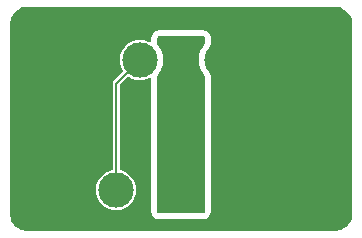
<source format=gtl>
G04 #@! TF.GenerationSoftware,KiCad,Pcbnew,9.0.2-9.0.2-0~ubuntu24.04.1*
G04 #@! TF.CreationDate,2025-06-11T11:14:09+02:00*
G04 #@! TF.ProjectId,Conn_Ruban_Pixels,436f6e6e-5f52-4756-9261-6e5f50697865,rev?*
G04 #@! TF.SameCoordinates,Original*
G04 #@! TF.FileFunction,Copper,L1,Top*
G04 #@! TF.FilePolarity,Positive*
%FSLAX46Y46*%
G04 Gerber Fmt 4.6, Leading zero omitted, Abs format (unit mm)*
G04 Created by KiCad (PCBNEW 9.0.2-9.0.2-0~ubuntu24.04.1) date 2025-06-11 11:14:09*
%MOMM*%
%LPD*%
G01*
G04 APERTURE LIST*
G04 #@! TA.AperFunction,ComponentPad*
%ADD10C,3.000000*%
G04 #@! TD*
G04 #@! TA.AperFunction,ComponentPad*
%ADD11C,3.600000*%
G04 #@! TD*
G04 #@! TA.AperFunction,ConnectorPad*
%ADD12C,5.600000*%
G04 #@! TD*
G04 #@! TA.AperFunction,ViaPad*
%ADD13C,0.600000*%
G04 #@! TD*
G04 #@! TA.AperFunction,Conductor*
%ADD14C,0.200000*%
G04 #@! TD*
G04 APERTURE END LIST*
D10*
X139500000Y-105000000D03*
X145000000Y-105000000D03*
X150500000Y-105000000D03*
D11*
X156000000Y-94000000D03*
D12*
X156000000Y-94000000D03*
D11*
X134000000Y-94000000D03*
D12*
X134000000Y-94000000D03*
D10*
X141500000Y-94000000D03*
X145000000Y-94000000D03*
X148500000Y-94000000D03*
D13*
X137000000Y-106000000D03*
X143000000Y-108000000D03*
X133000000Y-102000000D03*
X149000000Y-90000000D03*
X151000000Y-94000000D03*
X141000000Y-100000000D03*
X133000000Y-100000000D03*
X133000000Y-106000000D03*
X149000000Y-102000000D03*
X157000000Y-104000000D03*
X131000000Y-92000000D03*
X153000000Y-100000000D03*
X139000000Y-94000000D03*
X151000000Y-90000000D03*
X155000000Y-98000000D03*
X135000000Y-104000000D03*
X137000000Y-100000000D03*
X147000000Y-90000000D03*
X157000000Y-98000000D03*
X149000000Y-96000000D03*
X135000000Y-90000000D03*
X135000000Y-102000000D03*
X151000000Y-102000000D03*
X131000000Y-104000000D03*
X155000000Y-106000000D03*
X137000000Y-92000000D03*
X139000000Y-90000000D03*
X137000000Y-104000000D03*
X149000000Y-98000000D03*
X155000000Y-90000000D03*
X153000000Y-90000000D03*
X159000000Y-102000000D03*
X139000000Y-108000000D03*
X155000000Y-100000000D03*
X159000000Y-104000000D03*
X157000000Y-100000000D03*
X137000000Y-102000000D03*
X157000000Y-108000000D03*
X153000000Y-102000000D03*
X143000000Y-90000000D03*
X159000000Y-92000000D03*
X159000000Y-98000000D03*
X131000000Y-96000000D03*
X157000000Y-90000000D03*
X145000000Y-90000000D03*
X157000000Y-102000000D03*
X135000000Y-98000000D03*
X151000000Y-100000000D03*
X159000000Y-96000000D03*
X155000000Y-102000000D03*
X159000000Y-106000000D03*
X137000000Y-96000000D03*
X159000000Y-100000000D03*
X153000000Y-98000000D03*
X131000000Y-106000000D03*
X131000000Y-100000000D03*
X153000000Y-106000000D03*
X149000000Y-108000000D03*
X153000000Y-108000000D03*
X151000000Y-92000000D03*
X155000000Y-108000000D03*
X141000000Y-108000000D03*
X155000000Y-104000000D03*
X135000000Y-100000000D03*
X145000000Y-108000000D03*
X133000000Y-90000000D03*
X141000000Y-90000000D03*
X149000000Y-92000000D03*
X135000000Y-108000000D03*
X153000000Y-96000000D03*
X137000000Y-90000000D03*
X151000000Y-98000000D03*
X133000000Y-104000000D03*
X137000000Y-98000000D03*
X153000000Y-104000000D03*
X135000000Y-106000000D03*
X131000000Y-102000000D03*
X151000000Y-108000000D03*
X133000000Y-98000000D03*
X149000000Y-100000000D03*
X137000000Y-108000000D03*
X147000000Y-108000000D03*
X157000000Y-106000000D03*
X153000000Y-92000000D03*
X141000000Y-102000000D03*
X133000000Y-108000000D03*
X131000000Y-98000000D03*
X139000000Y-92000000D03*
X141000000Y-98000000D03*
X151000000Y-96000000D03*
D14*
X139500000Y-96000000D02*
X139500000Y-103500000D01*
X141500000Y-94000000D02*
X139500000Y-96000000D01*
G04 #@! TA.AperFunction,Conductor*
G36*
X146943039Y-92019685D02*
G01*
X146988794Y-92072489D01*
X147000000Y-92124000D01*
X147000000Y-92626567D01*
X146980315Y-92693606D01*
X146974375Y-92702054D01*
X146833075Y-92886196D01*
X146701958Y-93113299D01*
X146701953Y-93113309D01*
X146601605Y-93355571D01*
X146601602Y-93355581D01*
X146533730Y-93608885D01*
X146499500Y-93868872D01*
X146499500Y-94131127D01*
X146526123Y-94333339D01*
X146533730Y-94391116D01*
X146601602Y-94644418D01*
X146601605Y-94644428D01*
X146701953Y-94886690D01*
X146701958Y-94886700D01*
X146833075Y-95113803D01*
X146909384Y-95213249D01*
X146974375Y-95297947D01*
X146999570Y-95363114D01*
X147000000Y-95373432D01*
X147000000Y-106876000D01*
X146980315Y-106943039D01*
X146927511Y-106988794D01*
X146876000Y-107000000D01*
X143124000Y-107000000D01*
X143056961Y-106980315D01*
X143011206Y-106927511D01*
X143000000Y-106876000D01*
X143000000Y-95373432D01*
X143019685Y-95306393D01*
X143025615Y-95297958D01*
X143166924Y-95113803D01*
X143298043Y-94886697D01*
X143398398Y-94644419D01*
X143466270Y-94391116D01*
X143500500Y-94131120D01*
X143500500Y-93868880D01*
X143466270Y-93608884D01*
X143398398Y-93355581D01*
X143398394Y-93355571D01*
X143298046Y-93113309D01*
X143298041Y-93113299D01*
X143166924Y-92886196D01*
X143025625Y-92702054D01*
X143000430Y-92636885D01*
X143000000Y-92626567D01*
X143000000Y-92124000D01*
X143019685Y-92056961D01*
X143072489Y-92011206D01*
X143124000Y-92000000D01*
X146876000Y-92000000D01*
X146943039Y-92019685D01*
G37*
G04 #@! TD.AperFunction*
G04 #@! TA.AperFunction,Conductor*
G36*
X158004418Y-89500816D02*
G01*
X158204561Y-89515130D01*
X158222063Y-89517647D01*
X158413797Y-89559355D01*
X158430755Y-89564334D01*
X158614609Y-89632909D01*
X158630701Y-89640259D01*
X158802904Y-89734288D01*
X158817784Y-89743849D01*
X158974867Y-89861441D01*
X158988237Y-89873027D01*
X159126972Y-90011762D01*
X159138558Y-90025132D01*
X159256146Y-90182210D01*
X159265711Y-90197095D01*
X159359740Y-90369298D01*
X159367090Y-90385390D01*
X159435662Y-90569236D01*
X159440646Y-90586212D01*
X159482351Y-90777931D01*
X159484869Y-90795442D01*
X159499184Y-90995580D01*
X159499500Y-91004427D01*
X159499500Y-106995572D01*
X159499184Y-107004419D01*
X159484869Y-107204557D01*
X159482351Y-107222068D01*
X159440646Y-107413787D01*
X159435662Y-107430763D01*
X159367090Y-107614609D01*
X159359740Y-107630701D01*
X159265711Y-107802904D01*
X159256146Y-107817789D01*
X159138558Y-107974867D01*
X159126972Y-107988237D01*
X158988237Y-108126972D01*
X158974867Y-108138558D01*
X158817789Y-108256146D01*
X158802904Y-108265711D01*
X158630701Y-108359740D01*
X158614609Y-108367090D01*
X158430763Y-108435662D01*
X158413787Y-108440646D01*
X158222068Y-108482351D01*
X158204557Y-108484869D01*
X158023779Y-108497799D01*
X158004417Y-108499184D01*
X157995572Y-108499500D01*
X132004428Y-108499500D01*
X131995582Y-108499184D01*
X131973622Y-108497613D01*
X131795442Y-108484869D01*
X131777931Y-108482351D01*
X131586212Y-108440646D01*
X131569236Y-108435662D01*
X131385390Y-108367090D01*
X131369298Y-108359740D01*
X131197095Y-108265711D01*
X131182210Y-108256146D01*
X131025132Y-108138558D01*
X131011762Y-108126972D01*
X130873027Y-107988237D01*
X130861441Y-107974867D01*
X130743849Y-107817784D01*
X130734288Y-107802904D01*
X130640259Y-107630701D01*
X130632909Y-107614609D01*
X130592213Y-107505500D01*
X130564334Y-107430755D01*
X130559355Y-107413797D01*
X130517647Y-107222063D01*
X130515130Y-107204556D01*
X130510334Y-107137504D01*
X130500816Y-107004418D01*
X130500500Y-106995572D01*
X130500500Y-104888549D01*
X137799500Y-104888549D01*
X137799500Y-105111450D01*
X137799501Y-105111466D01*
X137828594Y-105332452D01*
X137828595Y-105332457D01*
X137828596Y-105332463D01*
X137828597Y-105332465D01*
X137886290Y-105547780D01*
X137886293Y-105547790D01*
X137971593Y-105753722D01*
X137971595Y-105753726D01*
X138083052Y-105946774D01*
X138083057Y-105946780D01*
X138083058Y-105946782D01*
X138218751Y-106123622D01*
X138218757Y-106123629D01*
X138376370Y-106281242D01*
X138376376Y-106281247D01*
X138553226Y-106416948D01*
X138746274Y-106528405D01*
X138952219Y-106613710D01*
X139167537Y-106671404D01*
X139388543Y-106700500D01*
X139388550Y-106700500D01*
X139611450Y-106700500D01*
X139611457Y-106700500D01*
X139832463Y-106671404D01*
X140047781Y-106613710D01*
X140253726Y-106528405D01*
X140446774Y-106416948D01*
X140623624Y-106281247D01*
X140781247Y-106123624D01*
X140916948Y-105946774D01*
X141028405Y-105753726D01*
X141113710Y-105547781D01*
X141171404Y-105332463D01*
X141200500Y-105111457D01*
X141200500Y-104888543D01*
X141171404Y-104667537D01*
X141113710Y-104452219D01*
X141028405Y-104246274D01*
X140916948Y-104053226D01*
X140781247Y-103876376D01*
X140781242Y-103876370D01*
X140623629Y-103718757D01*
X140623622Y-103718751D01*
X140446782Y-103583058D01*
X140446780Y-103583057D01*
X140446774Y-103583052D01*
X140253726Y-103471595D01*
X140253722Y-103471593D01*
X140047790Y-103386293D01*
X140047783Y-103386291D01*
X140047784Y-103386291D01*
X140047781Y-103386290D01*
X139892404Y-103344657D01*
X139832746Y-103308293D01*
X139802217Y-103245446D01*
X139800500Y-103224883D01*
X139800500Y-96175832D01*
X139820185Y-96108793D01*
X139836815Y-96088155D01*
X140457289Y-95467680D01*
X140518610Y-95434197D01*
X140588301Y-95439181D01*
X140606962Y-95447972D01*
X140746274Y-95528405D01*
X140876140Y-95582197D01*
X140929182Y-95604168D01*
X140952219Y-95613710D01*
X141167537Y-95671404D01*
X141388543Y-95700500D01*
X141388550Y-95700500D01*
X141611450Y-95700500D01*
X141611457Y-95700500D01*
X141832463Y-95671404D01*
X142047781Y-95613710D01*
X142253726Y-95528405D01*
X142253733Y-95528400D01*
X142253737Y-95528399D01*
X142308499Y-95496782D01*
X142376399Y-95480308D01*
X142442426Y-95503160D01*
X142485617Y-95558081D01*
X142494500Y-95604168D01*
X142494500Y-106876000D01*
X142494501Y-106876009D01*
X142506052Y-106983450D01*
X142506054Y-106983462D01*
X142517260Y-107034972D01*
X142551383Y-107137497D01*
X142551386Y-107137503D01*
X142629171Y-107258537D01*
X142629179Y-107258548D01*
X142674923Y-107311340D01*
X142674926Y-107311343D01*
X142674930Y-107311347D01*
X142783664Y-107405567D01*
X142783667Y-107405568D01*
X142783668Y-107405569D01*
X142877925Y-107448616D01*
X142914541Y-107465338D01*
X142981580Y-107485023D01*
X142981584Y-107485024D01*
X143124000Y-107505500D01*
X143124003Y-107505500D01*
X146875990Y-107505500D01*
X146876000Y-107505500D01*
X146983456Y-107493947D01*
X147034967Y-107482741D01*
X147069197Y-107471347D01*
X147137497Y-107448616D01*
X147137501Y-107448613D01*
X147137504Y-107448613D01*
X147258543Y-107370825D01*
X147311347Y-107325070D01*
X147405567Y-107216336D01*
X147465338Y-107085459D01*
X147485023Y-107018420D01*
X147485024Y-107018416D01*
X147505500Y-106876000D01*
X147505500Y-95373432D01*
X147505062Y-95352384D01*
X147504632Y-95342066D01*
X147503316Y-95321044D01*
X147471058Y-95180826D01*
X147445863Y-95115659D01*
X147375414Y-94990216D01*
X147259225Y-94838797D01*
X147250223Y-94825326D01*
X147160355Y-94669669D01*
X147153184Y-94655126D01*
X147084410Y-94489090D01*
X147079204Y-94473752D01*
X147032680Y-94300125D01*
X147029519Y-94284234D01*
X147006061Y-94106049D01*
X147005000Y-94089864D01*
X147005000Y-93910134D01*
X147006061Y-93893948D01*
X147029519Y-93715776D01*
X147032683Y-93699869D01*
X147079204Y-93526248D01*
X147084415Y-93510896D01*
X147153185Y-93344868D01*
X147160357Y-93330327D01*
X147250217Y-93174683D01*
X147259224Y-93161200D01*
X147375412Y-93009787D01*
X147387889Y-92992806D01*
X147393829Y-92984358D01*
X147405567Y-92966903D01*
X147465338Y-92836026D01*
X147485023Y-92768987D01*
X147485024Y-92768983D01*
X147505500Y-92626567D01*
X147505500Y-92124000D01*
X147493947Y-92016544D01*
X147482741Y-91965033D01*
X147482637Y-91964722D01*
X147448616Y-91862502D01*
X147448613Y-91862496D01*
X147370828Y-91741462D01*
X147370825Y-91741457D01*
X147370820Y-91741451D01*
X147325076Y-91688659D01*
X147325072Y-91688656D01*
X147325070Y-91688653D01*
X147216336Y-91594433D01*
X147216333Y-91594431D01*
X147216331Y-91594430D01*
X147085465Y-91534664D01*
X147085460Y-91534662D01*
X147085459Y-91534662D01*
X147018420Y-91514977D01*
X147018422Y-91514977D01*
X147018417Y-91514976D01*
X146956347Y-91506052D01*
X146876000Y-91494500D01*
X143124000Y-91494500D01*
X143123991Y-91494500D01*
X143123990Y-91494501D01*
X143016549Y-91506052D01*
X143016537Y-91506054D01*
X142965027Y-91517260D01*
X142862502Y-91551383D01*
X142862496Y-91551386D01*
X142741462Y-91629171D01*
X142741451Y-91629179D01*
X142688659Y-91674923D01*
X142594433Y-91783664D01*
X142594430Y-91783668D01*
X142534664Y-91914534D01*
X142514976Y-91981582D01*
X142509949Y-92016549D01*
X142494502Y-92123990D01*
X142494500Y-92124001D01*
X142494500Y-92395831D01*
X142474815Y-92462870D01*
X142422011Y-92508625D01*
X142352853Y-92518569D01*
X142308500Y-92503218D01*
X142253733Y-92471598D01*
X142253722Y-92471593D01*
X142047790Y-92386293D01*
X142047783Y-92386291D01*
X142047781Y-92386290D01*
X141832463Y-92328596D01*
X141832457Y-92328595D01*
X141832452Y-92328594D01*
X141611466Y-92299501D01*
X141611463Y-92299500D01*
X141611457Y-92299500D01*
X141388543Y-92299500D01*
X141388537Y-92299500D01*
X141388533Y-92299501D01*
X141167547Y-92328594D01*
X141167540Y-92328595D01*
X141167537Y-92328596D01*
X140952219Y-92386290D01*
X140952209Y-92386293D01*
X140746277Y-92471593D01*
X140746273Y-92471595D01*
X140553226Y-92583052D01*
X140553217Y-92583058D01*
X140376377Y-92718751D01*
X140376370Y-92718757D01*
X140218757Y-92876370D01*
X140218751Y-92876377D01*
X140083058Y-93053217D01*
X140083052Y-93053226D01*
X139971595Y-93246273D01*
X139971593Y-93246277D01*
X139886293Y-93452209D01*
X139886290Y-93452219D01*
X139870570Y-93510889D01*
X139828597Y-93667534D01*
X139828594Y-93667547D01*
X139799501Y-93888533D01*
X139799500Y-93888549D01*
X139799500Y-94111450D01*
X139799501Y-94111466D01*
X139828594Y-94332452D01*
X139828595Y-94332457D01*
X139828596Y-94332463D01*
X139886290Y-94547780D01*
X139886293Y-94547790D01*
X139971593Y-94753722D01*
X139971598Y-94753733D01*
X140052022Y-94893030D01*
X140068495Y-94960930D01*
X140045643Y-95026957D01*
X140032316Y-95042711D01*
X139315489Y-95759540D01*
X139259541Y-95815487D01*
X139259535Y-95815495D01*
X139219982Y-95884004D01*
X139219979Y-95884009D01*
X139199500Y-95960439D01*
X139199500Y-103224883D01*
X139179815Y-103291922D01*
X139127011Y-103337677D01*
X139107598Y-103344656D01*
X138952219Y-103386290D01*
X138952217Y-103386290D01*
X138952216Y-103386291D01*
X138952209Y-103386293D01*
X138746277Y-103471593D01*
X138746273Y-103471595D01*
X138553226Y-103583052D01*
X138553217Y-103583058D01*
X138376377Y-103718751D01*
X138376370Y-103718757D01*
X138218757Y-103876370D01*
X138218751Y-103876377D01*
X138083058Y-104053217D01*
X138083052Y-104053226D01*
X137971595Y-104246273D01*
X137971593Y-104246277D01*
X137886293Y-104452209D01*
X137886290Y-104452219D01*
X137828597Y-104667534D01*
X137828594Y-104667547D01*
X137799501Y-104888533D01*
X137799500Y-104888549D01*
X130500500Y-104888549D01*
X130500500Y-91004427D01*
X130500816Y-90995581D01*
X130515130Y-90795443D01*
X130515131Y-90795434D01*
X130517646Y-90777938D01*
X130559356Y-90586199D01*
X130564333Y-90569248D01*
X130632911Y-90385385D01*
X130640259Y-90369298D01*
X130702815Y-90254734D01*
X130734291Y-90197089D01*
X130743845Y-90182221D01*
X130861448Y-90025123D01*
X130873020Y-90011769D01*
X131011769Y-89873020D01*
X131025123Y-89861448D01*
X131182221Y-89743845D01*
X131197089Y-89734291D01*
X131369298Y-89640258D01*
X131385385Y-89632911D01*
X131569248Y-89564333D01*
X131586199Y-89559356D01*
X131777938Y-89517646D01*
X131795436Y-89515130D01*
X131995582Y-89500816D01*
X132004428Y-89500500D01*
X132065892Y-89500500D01*
X157934108Y-89500500D01*
X157995572Y-89500500D01*
X158004418Y-89500816D01*
G37*
G04 #@! TD.AperFunction*
M02*

</source>
